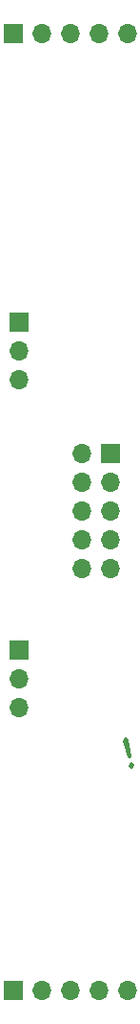
<source format=gbr>
G04 #@! TF.GenerationSoftware,KiCad,Pcbnew,(5.0.0-rc2-47-g52fceb3)*
G04 #@! TF.CreationDate,2018-06-13T16:52:08-05:00*
G04 #@! TF.ProjectId,nearness,6E6561726E6573732E6B696361645F70,rev?*
G04 #@! TF.SameCoordinates,Original*
G04 #@! TF.FileFunction,Soldermask,Bot*
G04 #@! TF.FilePolarity,Negative*
%FSLAX46Y46*%
G04 Gerber Fmt 4.6, Leading zero omitted, Abs format (unit mm)*
G04 Created by KiCad (PCBNEW (5.0.0-rc2-47-g52fceb3)) date Wednesday, June 13, 2018 at 04:52:08 PM*
%MOMM*%
%LPD*%
G01*
G04 APERTURE LIST*
%ADD10C,0.300000*%
%ADD11R,1.700000X1.700000*%
%ADD12O,1.700000X1.700000*%
G04 APERTURE END LIST*
D10*
X49578449Y-76917573D02*
X49489232Y-77060349D01*
X49632008Y-77149566D01*
X49721225Y-77006789D01*
X49578449Y-76917573D01*
X49632008Y-77149566D01*
X49417769Y-76221594D02*
X49212407Y-74802857D01*
X49069631Y-74713640D01*
X48980414Y-74856417D01*
X49417769Y-76221594D01*
X49069631Y-74713640D01*
D11*
G04 #@! TO.C,P6*
X39600000Y-66802000D03*
D12*
X39600000Y-69342000D03*
X39600000Y-71882000D03*
G04 #@! TD*
G04 #@! TO.C,P5*
X39600000Y-42926000D03*
X39600000Y-40386000D03*
D11*
X39600000Y-37846000D03*
G04 #@! TD*
G04 #@! TO.C,J13*
X39068000Y-12390400D03*
D12*
X41608000Y-12390400D03*
X44148000Y-12390400D03*
X46688000Y-12390400D03*
X49228000Y-12390400D03*
G04 #@! TD*
G04 #@! TO.C,J14*
X49228000Y-96835400D03*
X46688000Y-96835400D03*
X44148000Y-96835400D03*
X41608000Y-96835400D03*
D11*
X39068000Y-96835400D03*
G04 #@! TD*
G04 #@! TO.C,J10*
X47752000Y-49476406D03*
D12*
X45212000Y-49476406D03*
X47752000Y-52016406D03*
X45212000Y-52016406D03*
X47752000Y-54556406D03*
X45212000Y-54556406D03*
X47752000Y-57096406D03*
X45212000Y-57096406D03*
X47752000Y-59636406D03*
X45212000Y-59636406D03*
G04 #@! TD*
M02*

</source>
